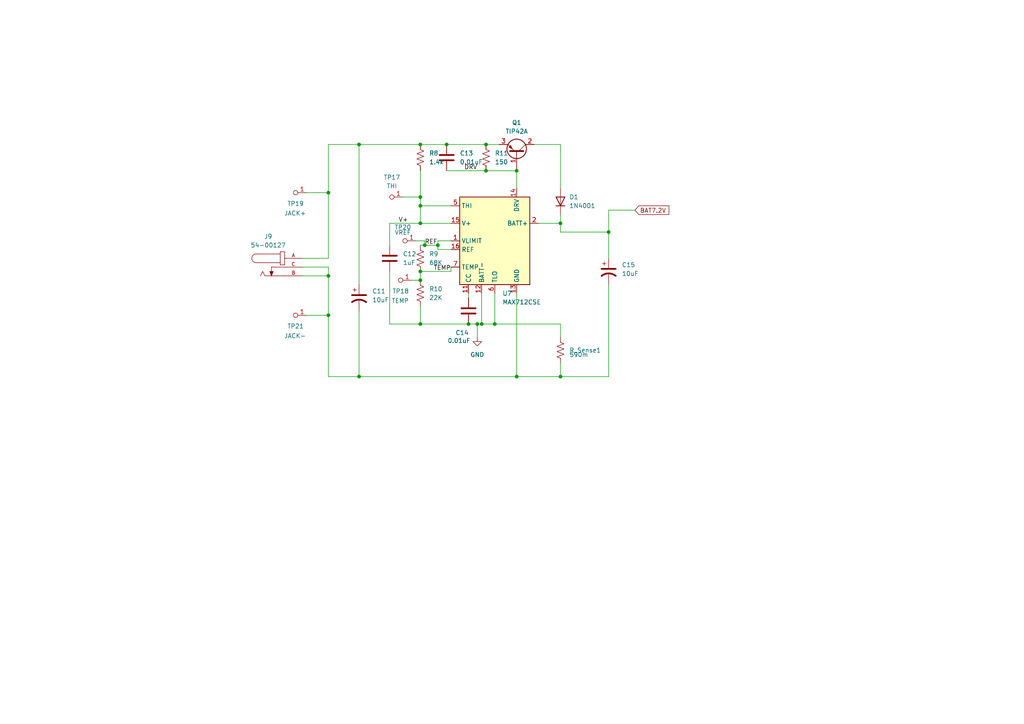
<source format=kicad_sch>
(kicad_sch (version 20231120) (generator "eeschema") (generator_version "8.0")
  (paper "A4")
  (lib_symbols
    (symbol "Device:C" (pin_numbers hide) (pin_names (offset 0.254))
      (property "Reference" "C" (at 0.635 2.54 0))
      (property "Value" "C" (at 0.635 -2.54 0))
      (symbol "C_0_1"
        (polyline (pts (xy -2.032 -0.762) (xy 2.032 -0.762)) (stroke (width 0.508)))
        (polyline (pts (xy -2.032 0.762) (xy 2.032 0.762)) (stroke (width 0.508)))
      )
      (symbol "C_1_1"
        (pin passive line (at 0 3.81 270) (length 2.794) (name "~") (number "1"))
        (pin passive line (at 0 -3.81 90) (length 2.794) (name "~") (number "2"))
      )
    )
    (symbol "Device:C_Polarized_US" (pin_numbers hide) (pin_names (offset 0.254) hide)
      (property "Reference" "C" (at 0.635 2.54 0))
      (property "Value" "C_Polarized_US" (at 0.635 -2.54 0))
      (symbol "C_Polarized_US_0_1"
        (polyline (pts (xy -2.032 0.762) (xy 2.032 0.762)) (stroke (width 0.508)))
        (polyline (pts (xy -1.778 2.286) (xy -0.762 2.286)))
        (polyline (pts (xy -1.27 1.778) (xy -1.27 2.794)))
        (arc (start 2.032 -1.27) (mid 0 -0.5572) (end -2.032 -1.27) (stroke (width 0.508)))
      )
      (symbol "C_Polarized_US_1_1"
        (pin passive line (at 0 3.81 270) (length 2.794) (name "~") (number "1"))
        (pin passive line (at 0 -3.81 90) (length 3.302) (name "~") (number "2"))
      )
    )
    (symbol "Device:R_US" (pin_numbers hide) (pin_names (offset 0))
      (property "Reference" "R" (at 2.54 0 90))
      (property "Value" "R_US" (at -2.54 0 90))
      (symbol "R_US_0_1"
        (polyline (pts (xy 0 -2.286) (xy 0 -2.54)))
        (polyline (pts (xy 0 2.286) (xy 0 2.54)))
        (polyline (pts (xy 0 -0.762) (xy 1.016 -1.143) (xy 0 -1.524) (xy -1.016 -1.905) (xy 0 -2.286)))
        (polyline (pts (xy 0 0.762) (xy 1.016 0.381) (xy 0 0) (xy -1.016 -0.381) (xy 0 -0.762)))
        (polyline (pts (xy 0 2.286) (xy 1.016 1.905) (xy 0 1.524) (xy -1.016 1.143) (xy 0 0.762)))
      )
      (symbol "R_US_1_1"
        (pin passive line (at 0 3.81 270) (length 1.27) (name "~") (number "1"))
        (pin passive line (at 0 -3.81 90) (length 1.27) (name "~") (number "2"))
      )
    )
    (symbol "Diode:1N4001" (pin_numbers hide) (pin_names hide)
      (property "Reference" "D" (at 0 2.54 0))
      (property "Value" "1N4001" (at 0 -2.54 0))
      (symbol "1N4001_0_1"
        (polyline (pts (xy -1.27 1.27) (xy -1.27 -1.27)) (stroke (width 0.254)))
        (polyline (pts (xy 1.27 0) (xy -1.27 0)))
        (polyline (pts (xy 1.27 1.27) (xy 1.27 -1.27) (xy -1.27 0) (xy 1.27 1.27)) (stroke (width 0.254)))
      )
      (symbol "1N4001_1_1"
        (pin passive line (at -3.81 0 0) (length 2.54) (name "K") (number "1"))
        (pin passive line (at 3.81 0 180) (length 2.54) (name "A") (number "2"))
      )
    )
    (symbol "MAX712CSE_1"
      (property "Reference" "U2" (at 2.1941 -15.24 0))
      (property "Value" "MAX712CSE" (at 2.1941 -17.78 0))
      (symbol "MAX712CSE_1_0_1"
        (rectangle (start -10.16 12.7) (end 10.16 -12.7) (stroke (width 0.254)) (fill (type background)))
      )
      (symbol "MAX712CSE_1_1_1"
        (pin input line (at -12.7 0 0) (length 2.54) (name "VLIMIT") (number "1"))
        (pin input line (at -20.32 15.24 0) (length 2.54) hide (name "PGM3") (number "10"))
        (pin input line (at -7.62 -15.24 90) (length 2.54) (name "CC") (number "11"))
        (pin input line (at -3.81 -15.24 90) (length 2.54) (name "BATT-") (number "12"))
        (pin power_in line (at 6.35 -15.24 90) (length 2.54) (name "GND") (number "13"))
        (pin output line (at 6.35 15.24 270) (length 2.54) (name "DRV") (number "14"))
        (pin power_in line (at -12.7 5.08 0) (length 2.54) (name "V+") (number "15"))
        (pin power_in line (at -12.7 -2.54 0) (length 2.54) (name "REF") (number "16"))
        (pin power_out line (at 12.7 5.08 180) (length 2.54) (name "BATT+") (number "2"))
        (pin power_out line (at -20.32 22.86 0) (length 2.54) hide (name "PGM0") (number "3"))
        (pin power_out line (at -20.32 20.32 0) (length 2.54) hide (name "PGM1") (number "4"))
        (pin input line (at -12.7 10.16 0) (length 2.54) (name "THI") (number "5"))
        (pin input line (at 0 -15.24 90) (length 2.54) (name "TLO") (number "6"))
        (pin input line (at -12.7 -7.62 0) (length 2.54) (name "TEMP") (number "7"))
        (pin open_collector line (at -41.91 22.86 180) (length 2.54) hide (name "~{FASTCHG}") (number "8"))
        (pin input line (at -20.32 17.78 0) (length 2.54) hide (name "PGM2") (number "9"))
      )
    )
    (symbol "RSLK2:54-00127" (pin_names (offset 1.016))
      (property "Reference" "J" (at -7.62 5.08 0))
      (property "Value" "54-00127" (at -7.62 -5.08 0))
      (symbol "54-00127_0_0"
        (arc (start -8.255 3.81) (mid -9.5194 2.54) (end -8.255 1.27) (stroke (width 0.1524)))
        (polyline (pts (xy -8.255 3.81) (xy -1.27 3.81)) (stroke (width 0.1524)))
        (polyline (pts (xy -6.35 -1.27) (xy -6.985 -2.54)) (stroke (width 0.1524)))
        (polyline (pts (xy -5.715 -2.54) (xy -6.35 -1.27)) (stroke (width 0.1524)))
        (polyline (pts (xy -3.81 0) (xy -3.81 -2.54)) (stroke (width 0.1524)))
        (polyline (pts (xy -1.27 0.635) (xy 0 0.635)) (stroke (width 0.1524)))
        (polyline (pts (xy -1.27 1.27) (xy -8.255 1.27)) (stroke (width 0.1524)))
        (polyline (pts (xy -1.27 1.27) (xy -1.27 0.635)) (stroke (width 0.1524)))
        (polyline (pts (xy -1.27 3.81) (xy -1.27 1.27)) (stroke (width 0.1524)))
        (polyline (pts (xy -1.27 4.445) (xy -1.27 3.81)) (stroke (width 0.1524)))
        (polyline (pts (xy 0 -2.54) (xy -5.715 -2.54)) (stroke (width 0.1524)))
        (polyline (pts (xy 0 0) (xy -3.81 0)) (stroke (width 0.1524)))
        (polyline (pts (xy 0 0.635) (xy 0 4.445)) (stroke (width 0.1524)))
        (polyline (pts (xy 0 4.445) (xy -1.27 4.445)) (stroke (width 0.1524)))
        (polyline (pts (xy -3.81 -2.54) (xy -4.318 -1.27) (xy -3.302 -1.27) (xy -3.81 -2.54)) (stroke (width 0.1524)) (fill (type outline)))
        (pin passive line (at 5.08 2.54 180) (length 5.08) (name "~") (number "A"))
        (pin passive line (at 5.08 -2.54 180) (length 5.08) (name "~") (number "B"))
        (pin passive line (at 5.08 0 180) (length 5.08) (name "~") (number "C"))
      )
    )
    (symbol "RSLK2:Testpoint_1" (pin_names (offset 0) hide)
      (property "Reference" "TP" (at 0 2.794 0))
      (property "Value" "TP" (at 0 -2.286 0))
      (symbol "Testpoint_1_0_1"
        (circle (center -1.905 3.175) (radius 0.635))
      )
      (symbol "Testpoint_1_1_1"
        (pin passive line (at -1.905 0 90) (length 2.54) (name "A") (number "1"))
      )
    )
    (symbol "Transistor_BJT:TIP42A" (pin_names (offset 0) hide)
      (property "Reference" "Q" (at 6.35 1.905 0))
      (property "Value" "TIP42A" (at 6.35 0 0))
      (symbol "TIP42A_0_1"
        (polyline (pts (xy 0.635 0.635) (xy 2.54 2.54)))
        (polyline (pts (xy 0.635 -0.635) (xy 2.54 -2.54) (xy 2.54 -2.54)))
        (polyline (pts (xy 0.635 1.905) (xy 0.635 -1.905) (xy 0.635 -1.905)) (stroke (width 0.508)))
        (polyline (pts (xy 2.286 -1.778) (xy 1.778 -2.286) (xy 1.27 -1.27) (xy 2.286 -1.778) (xy 2.286 -1.778)) (fill (type outline)))
        (circle (center 1.27 0) (radius 2.8194) (stroke (width 0.254)))
      )
      (symbol "TIP42A_1_1"
        (pin input line (at -5.08 0 0) (length 5.715) (name "B") (number "1"))
        (pin passive line (at 2.54 5.08 270) (length 2.54) (name "C") (number "2"))
        (pin passive line (at 2.54 -5.08 90) (length 2.54) (name "E") (number "3"))
      )
    )
    (symbol "power:GND" (power) (pin_numbers hide) (pin_names (offset 0) hide)
      (property "Value" "GND" (at 0 -3.81 0))
      (symbol "GND_0_1"
        (polyline (pts (xy 0 0) (xy 0 -1.27) (xy 1.27 -1.27) (xy 0 -2.54) (xy -1.27 -1.27) (xy 0 -1.27)))
      )
      (symbol "GND_1_1"
        (pin power_in line (at 0 0 270) (length 0) (name "~") (number "1"))
      )
    )
  )
  (junction (at 149.86 49.53))
  (junction (at 121.92 78.74))
  (junction (at 162.56 109.22))
  (junction (at 140.97 49.53))
  (junction (at 121.92 41.91))
  (junction (at 121.92 59.69))
  (junction (at 95.25 80.01))
  (junction (at 176.53 67.31))
  (junction (at 127 71.12))
  (junction (at 143.51 93.98))
  (junction (at 121.92 64.77))
  (junction (at 135.89 93.98))
  (junction (at 129.54 41.91))
  (junction (at 139.7 93.98))
  (junction (at 95.25 55.88))
  (junction (at 149.86 109.22))
  (junction (at 121.92 93.98))
  (junction (at 123.19 71.12))
  (junction (at 121.92 57.15))
  (junction (at 121.92 81.28))
  (junction (at 104.14 41.91))
  (junction (at 138.43 93.98))
  (junction (at 104.14 109.22))
  (junction (at 140.97 41.91))
  (junction (at 95.25 91.44))
  (junction (at 162.56 64.77))
  (wire (pts (xy 140.97 41.91) (xy 144.78 41.91)))
  (wire (pts (xy 121.92 49.53) (xy 121.92 57.15)))
  (wire (pts (xy 95.25 74.93) (xy 95.25 55.88)))
  (wire (pts (xy 119.38 81.28) (xy 121.92 81.28)))
  (wire (pts (xy 113.03 93.98) (xy 121.92 93.98)))
  (wire (pts (xy 87.63 80.01) (xy 95.25 80.01)))
  (wire (pts (xy 95.25 109.22) (xy 104.14 109.22)))
  (wire (pts (xy 127 71.12) (xy 127 72.39)))
  (wire (pts (xy 176.53 74.93) (xy 176.53 67.31)))
  (wire (pts (xy 123.19 71.12) (xy 127 71.12)))
  (wire (pts (xy 88.9 91.44) (xy 95.25 91.44)))
  (wire (pts (xy 95.25 41.91) (xy 104.14 41.91)))
  (wire (pts (xy 129.54 49.53) (xy 140.97 49.53)))
  (wire (pts (xy 127 72.39) (xy 130.81 72.39)))
  (wire (pts (xy 138.43 97.79) (xy 138.43 93.98)))
  (wire (pts (xy 121.92 93.98) (xy 135.89 93.98)))
  (wire (pts (xy 104.14 41.91) (xy 104.14 82.55)))
  (wire (pts (xy 121.92 64.77) (xy 121.92 59.69)))
  (wire (pts (xy 121.92 88.9) (xy 121.92 93.98)))
  (wire (pts (xy 104.14 90.17) (xy 104.14 109.22)))
  (wire (pts (xy 120.65 69.85) (xy 123.19 69.85)))
  (wire (pts (xy 123.19 69.85) (xy 123.19 71.12)))
  (wire (pts (xy 140.97 49.53) (xy 149.86 49.53)))
  (wire (pts (xy 139.7 85.09) (xy 139.7 93.98)))
  (wire (pts (xy 95.25 80.01) (xy 95.25 91.44)))
  (wire (pts (xy 87.63 74.93) (xy 95.25 74.93)))
  (wire (pts (xy 149.86 109.22) (xy 162.56 109.22)))
  (wire (pts (xy 138.43 93.98) (xy 139.7 93.98)))
  (wire (pts (xy 156.21 64.77) (xy 162.56 64.77)))
  (wire (pts (xy 121.92 71.12) (xy 123.19 71.12)))
  (wire (pts (xy 87.63 77.47) (xy 95.25 77.47)))
  (wire (pts (xy 121.92 78.74) (xy 130.81 78.74)))
  (wire (pts (xy 176.53 60.96) (xy 176.53 67.31)))
  (wire (pts (xy 130.81 69.85) (xy 127 69.85)))
  (wire (pts (xy 149.86 85.09) (xy 149.86 109.22)))
  (wire (pts (xy 104.14 109.22) (xy 149.86 109.22)))
  (wire (pts (xy 121.92 57.15) (xy 121.92 59.69)))
  (wire (pts (xy 143.51 93.98) (xy 162.56 93.98)))
  (wire (pts (xy 143.51 85.09) (xy 143.51 93.98)))
  (wire (pts (xy 162.56 54.61) (xy 162.56 41.91)))
  (wire (pts (xy 149.86 49.53) (xy 149.86 54.61)))
  (wire (pts (xy 139.7 93.98) (xy 143.51 93.98)))
  (wire (pts (xy 121.92 41.91) (xy 129.54 41.91)))
  (wire (pts (xy 127 69.85) (xy 127 71.12)))
  (wire (pts (xy 88.9 55.88) (xy 95.25 55.88)))
  (wire (pts (xy 113.03 64.77) (xy 121.92 64.77)))
  (wire (pts (xy 116.84 57.15) (xy 121.92 57.15)))
  (wire (pts (xy 162.56 64.77) (xy 162.56 62.23)))
  (wire (pts (xy 129.54 41.91) (xy 140.97 41.91)))
  (wire (pts (xy 95.25 77.47) (xy 95.25 80.01)))
  (wire (pts (xy 184.15 60.96) (xy 176.53 60.96)))
  (wire (pts (xy 162.56 64.77) (xy 162.56 67.31)))
  (wire (pts (xy 113.03 78.74) (xy 113.03 93.98)))
  (wire (pts (xy 113.03 71.12) (xy 113.03 64.77)))
  (wire (pts (xy 95.25 55.88) (xy 95.25 41.91)))
  (wire (pts (xy 162.56 93.98) (xy 162.56 97.79)))
  (wire (pts (xy 176.53 82.55) (xy 176.53 109.22)))
  (wire (pts (xy 95.25 91.44) (xy 95.25 109.22)))
  (wire (pts (xy 176.53 67.31) (xy 162.56 67.31)))
  (wire (pts (xy 162.56 109.22) (xy 176.53 109.22)))
  (wire (pts (xy 121.92 78.74) (xy 121.92 81.28)))
  (wire (pts (xy 121.92 59.69) (xy 130.81 59.69)))
  (wire (pts (xy 135.89 93.98) (xy 138.43 93.98)))
  (wire (pts (xy 162.56 105.41) (xy 162.56 109.22)))
  (wire (pts (xy 130.81 64.77) (xy 121.92 64.77)))
  (wire (pts (xy 104.14 41.91) (xy 121.92 41.91)))
  (wire (pts (xy 135.89 85.09) (xy 135.89 86.36)))
  (wire (pts (xy 162.56 41.91) (xy 154.94 41.91)))
  (wire (pts (xy 130.81 78.74) (xy 130.81 77.47)))
  (label "DRV" (at 134.62 49.53 0))
  (label "TEMP" (at 125.73 78.74 0))
  (label "V+" (at 115.57 64.77 0))
  (label "REF" (at 123.19 71.12 0))
  (global_label "BAT7.2V" (shape input) (at 184.15 60.96 0) (property "Intersheetrefs" "${INTERSHEET_REFS}" (effects (hide yes))))
  (symbol (lib_id "Device:R_US") (at 140.97 45.72 0) (unit 1)
    (property "Reference" "R11" (at 143.51 44.4499 0) (effects (justify left)))
    (property "Value" "150" (at 143.51 46.9899 0) (effects (justify left)))
    (property "Footprint" "RSLK2:R_0603_1608Metric" (effects (hide yes)))
    (property "Description" "Resistor, US symbol" (effects (hide yes)))
  )
  (symbol (lib_id "Device:C_Polarized_US") (at 176.53 78.74 0) (unit 1)
    (property "Reference" "C15" (at 180.34 76.8349 0) (effects (justify left)))
    (property "Value" "10uF" (at 180.34 79.3749 0) (effects (justify left)))
    (property "Footprint" "RSLK2:C_0603_1608Metric" (effects (hide yes)))
    (property "Description" "Polarized capacitor, US symbol" (effects (hide yes)))
  )
  (symbol (lib_id "RSLK2:Testpoint_1") (at 120.65 67.945 90) (unit 1)
    (property "Reference" "TP20" (at 116.84 65.913 90))
    (property "Value" "VREF" (at 116.84 67.437 90))
    (property "Footprint" "RSLK2:Testpoint_1x1" (effects (hide yes)))
    (property "Description" "Testpoint" (effects (hide yes)))
  )
  (symbol (lib_id "RSLK2:54-00127") (at 82.55 77.47 0) (unit 1)
    (property "Reference" "J9" (at 77.7903 68.58 0))
    (property "Value" "54-00127" (at 77.7903 71.12 0))
    (property "Footprint" "RSLK2:TENSILITY_54-00127" (effects (hide yes)))
    (property "PARTREV" "A" (effects (hide yes)))
    (property "STANDARD" "Manufacturer Recommendations" (effects (hide yes)))
    (property "SNAPEDA_PN" "54-00127" (effects (hide yes)))
    (property "MAXIMUM_PACKAGE_HEIGHT" "7.3mm" (effects (hide yes)))
    (property "MANUFACTURER" "TENSILITY" (effects (hide yes)))
  )
  (symbol (lib_id "RSLK2:Testpoint_1") (at 88.9 89.535 90) (unit 1)
    (property "Reference" "TP21" (at 85.725 94.615 90))
    (property "Value" "JACK-" (at 85.598 97.409 90))
    (property "Footprint" "RSLK2:Testpoint_1x1" (effects (hide yes)))
    (property "Description" "Testpoint" (effects (hide yes)))
  )
  (symbol (lib_id "Device:R_US") (at 162.56 101.6 0) (unit 1)
    (property "Reference" "R_Sense1" (at 165.1 101.5999 0) (effects (justify left)))
    (property "Value" "590m" (at 165.1 102.8699 0) (effects (justify left)))
    (property "Footprint" "RSLK2:R_0603_1608Metric" (effects (hide yes)))
    (property "Description" "Resistor, US symbol" (effects (hide yes)))
  )
  (symbol (lib_name "MAX712CSE_1") (lib_id "Battery_Management:MAX712CSE") (at 143.51 69.85 0) (unit 1)
    (property "Reference" "U7" (at 145.7041 85.09 0) (effects (justify left)))
    (property "Value" "MAX712CSE" (at 145.7041 87.63 0) (effects (justify left)))
    (property "Footprint" "Package_SO:SOIC-16_3.9x9.9mm_P1.27mm" (effects (hide yes)))
    (property "Datasheet" "https://datasheets.maximintegrated.com/en/ds/MAX712-MAX713.pdf" (effects (hide yes)))
    (property "Description" "Fast-charge Nickel Metal Hydride (NiMH) from a DC source, 0 to +70 Degree Celsius, SOIC-16" (effects (hide yes)))
  )
  (symbol (lib_id "RSLK2:Testpoint_1") (at 119.38 79.375 90) (unit 1)
    (property "Reference" "TP18" (at 116.205 84.455 90))
    (property "Value" "TEMP" (at 116.078 87.249 90))
    (property "Footprint" "RSLK2:Testpoint_1x1" (effects (hide yes)))
    (property "Description" "Testpoint" (effects (hide yes)))
  )
  (symbol (lib_id "Device:C_Polarized_US") (at 104.14 86.36 0) (unit 1)
    (property "Reference" "C11" (at 107.95 84.4549 0) (effects (justify left)))
    (property "Value" "10uF" (at 107.95 86.9949 0) (effects (justify left)))
    (property "Footprint" "RSLK2:C_0603_1608Metric" (effects (hide yes)))
    (property "Description" "Polarized capacitor, US symbol" (effects (hide yes)))
  )
  (symbol (lib_id "Device:C") (at 113.03 74.93 0) (unit 1)
    (property "Reference" "C12" (at 116.84 73.6599 0) (effects (justify left)))
    (property "Value" "1uF" (at 116.84 76.1999 0) (effects (justify left)))
    (property "Footprint" "RSLK2:C_0603_1608Metric" (effects (hide yes)))
    (property "Description" "Unpolarized capacitor" (effects (hide yes)))
  )
  (symbol (lib_id "Device:R_US") (at 121.92 85.09 0) (unit 1)
    (property "Reference" "R10" (at 124.46 83.8199 0) (effects (justify left)))
    (property "Value" "22K" (at 124.46 86.3599 0) (effects (justify left)))
    (property "Footprint" "RSLK2:R_0603_1608Metric" (effects (hide yes)))
    (property "Description" "Resistor, US symbol" (effects (hide yes)))
  )
  (symbol (lib_id "Device:C") (at 135.89 90.17 0) (unit 1)
    (property "Reference" "C14" (at 132.08 96.52 0) (effects (justify left)))
    (property "Value" "0.01uF" (at 129.794 98.806 0) (effects (justify left)))
    (property "Footprint" "RSLK2:C_0603_1608Metric" (effects (hide yes)))
    (property "Description" "Unpolarized capacitor" (effects (hide yes)))
  )
  (symbol (lib_id "Device:R_US") (at 121.92 74.93 0) (unit 1)
    (property "Reference" "R9" (at 124.46 73.6599 0) (effects (justify left)))
    (property "Value" "68K" (at 124.46 76.1999 0) (effects (justify left)))
    (property "Footprint" "RSLK2:R_0603_1608Metric" (effects (hide yes)))
    (property "Description" "Resistor, US symbol" (effects (hide yes)))
  )
  (symbol (lib_id "Diode:1N4001") (at 162.56 58.42 90) (unit 1)
    (property "Reference" "D1" (at 165.1 57.1499 90) (effects (justify right)))
    (property "Value" "1N4001" (at 165.1 59.6899 90) (effects (justify right)))
    (property "Footprint" "Diode_THT:D_DO-41_SOD81_P10.16mm_Horizontal" (effects (hide yes)))
    (property "Datasheet" "http://www.vishay.com/docs/88503/1n4001.pdf" (effects (hide yes)))
    (property "Description" "50V 1A General Purpose Rectifier Diode, DO-41" (effects (hide yes)))
    (property "Sim.Device" "D" (effects (hide yes)))
    (property "Sim.Pins" "1=K 2=A" (effects (hide yes)))
  )
  (symbol (lib_id "Transistor_BJT:TIP42A") (at 149.86 44.45 270) (mirror x) (unit 1)
    (property "Reference" "Q1" (at 149.86 35.56 90))
    (property "Value" "TIP42A" (at 149.86 38.1 90))
    (property "Footprint" "Package_TO_SOT_THT:TO-220-3_Vertical" (effects (hide yes)))
    (property "Datasheet" "https://www.centralsemi.com/get_document.php?cmp=1&mergetype=pd&mergepath=pd&pdf_id=TIP42.PDF" (effects (hide yes)))
    (property "Description" "-6A Ic, -60V Vce, Power PNP Transistor, TO-220" (effects (hide yes)))
  )
  (symbol (lib_id "power:GND") (at 138.43 97.79 0) (unit 1)
    (property "Reference" "#PWR024" (effects (hide yes)))
    (property "Value" "GND" (at 138.43 102.87 0))
    (property "Description" "Power symbol creates a global label with name \"GND\" , ground" (effects (hide yes)))
  )
  (symbol (lib_id "RSLK2:Testpoint_1") (at 116.84 55.245 90) (unit 1)
    (property "Reference" "TP17" (at 113.665 51.435 90))
    (property "Value" "THI" (at 113.665 53.975 90))
    (property "Footprint" "RSLK2:Testpoint_1x1" (effects (hide yes)))
    (property "Description" "Testpoint" (effects (hide yes)))
  )
  (symbol (lib_id "Device:C") (at 129.54 45.72 0) (unit 1)
    (property "Reference" "C13" (at 133.35 44.4499 0) (effects (justify left)))
    (property "Value" "0.01uF" (at 133.35 46.9899 0) (effects (justify left)))
    (property "Footprint" "RSLK2:C_0603_1608Metric" (effects (hide yes)))
    (property "Description" "Unpolarized capacitor" (effects (hide yes)))
  )
  (symbol (lib_id "Device:R_US") (at 121.92 45.72 0) (unit 1)
    (property "Reference" "R8" (at 124.46 44.4499 0) (effects (justify left)))
    (property "Value" "1.4k" (at 124.46 46.9899 0) (effects (justify left)))
    (property "Footprint" "RSLK2:R_0603_1608Metric" (effects (hide yes)))
    (property "Description" "Resistor, US symbol" (effects (hide yes)))
  )
  (symbol (lib_id "RSLK2:Testpoint_1") (at 88.9 53.975 90) (unit 1)
    (property "Reference" "TP19" (at 85.725 59.055 90))
    (property "Value" "JACK+" (at 85.598 61.849 90))
    (property "Footprint" "RSLK2:Testpoint_1x1" (effects (hide yes)))
    (property "Description" "Testpoint" (effects (hide yes)))
  )
)
</source>
